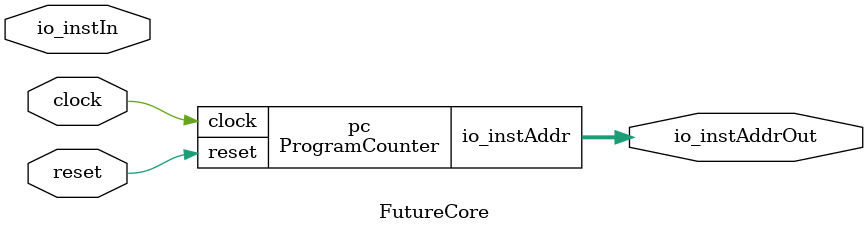
<source format=sv>
`ifndef RANDOMIZE
  `ifdef RANDOMIZE_REG_INIT
    `define RANDOMIZE
  `endif // RANDOMIZE_REG_INIT
`endif // not def RANDOMIZE

`ifndef RANDOM
  `define RANDOM $random
`endif // not def RANDOM

// Users can define INIT_RANDOM as general code that gets injected into the
// initializer block for modules with registers.
`ifndef INIT_RANDOM
  `define INIT_RANDOM
`endif // not def INIT_RANDOM

// If using random initialization, you can also define RANDOMIZE_DELAY to
// customize the delay used, otherwise 0.002 is used.
`ifndef RANDOMIZE_DELAY
  `define RANDOMIZE_DELAY 0.002
`endif // not def RANDOMIZE_DELAY

// Define INIT_RANDOM_PROLOG_ for use in our modules below.
`ifndef INIT_RANDOM_PROLOG_
  `ifdef RANDOMIZE
    `ifdef VERILATOR
      `define INIT_RANDOM_PROLOG_ `INIT_RANDOM
    `else  // VERILATOR
      `define INIT_RANDOM_PROLOG_ `INIT_RANDOM #`RANDOMIZE_DELAY begin end
    `endif // VERILATOR
  `else  // RANDOMIZE
    `define INIT_RANDOM_PROLOG_
  `endif // RANDOMIZE
`endif // not def INIT_RANDOM_PROLOG_

// Include register initializers in init blocks unless synthesis is set
`ifndef SYNTHESIS
  `ifndef ENABLE_INITIAL_REG_
    `define ENABLE_INITIAL_REG_
  `endif // not def ENABLE_INITIAL_REG_
`endif // not def SYNTHESIS

// Include rmemory initializers in init blocks unless synthesis is set
`ifndef SYNTHESIS
  `ifndef ENABLE_INITIAL_MEM_
    `define ENABLE_INITIAL_MEM_
  `endif // not def ENABLE_INITIAL_MEM_
`endif // not def SYNTHESIS

module ProgramCounter(	// @[<stdin>:3:10]
  input         clock,	// @[<stdin>:4:11]
                reset,	// @[<stdin>:5:11]
  output [31:0] io_instAddr	// @[FutureCore/src/main/scala/futurecore/frontend/ProgramCounter.scala:29:21]
);

  reg [31:0] pc;	// @[FutureCore/src/main/scala/futurecore/frontend/ProgramCounter.scala:32:19]
  always @(posedge clock) begin	// @[<stdin>:4:11]
    if (reset)	// @[<stdin>:4:11]
      pc <= 32'h80000000;	// @[FutureCore/src/main/scala/futurecore/frontend/ProgramCounter.scala:32:19]
    else	// @[<stdin>:4:11]
      pc <= pc + 32'h4;	// @[FutureCore/src/main/scala/futurecore/frontend/ProgramCounter.scala:32:19, :33:12]
  end // always @(posedge)
  `ifdef ENABLE_INITIAL_REG_	// @[<stdin>:3:10]
    `ifdef FIRRTL_BEFORE_INITIAL	// @[<stdin>:3:10]
      `FIRRTL_BEFORE_INITIAL	// @[<stdin>:3:10]
    `endif // FIRRTL_BEFORE_INITIAL
    logic [31:0] _RANDOM[0:0];	// @[<stdin>:3:10]
    initial begin	// @[<stdin>:3:10]
      `ifdef INIT_RANDOM_PROLOG_	// @[<stdin>:3:10]
        `INIT_RANDOM_PROLOG_	// @[<stdin>:3:10]
      `endif // INIT_RANDOM_PROLOG_
      `ifdef RANDOMIZE_REG_INIT	// @[<stdin>:3:10]
        _RANDOM[/*Zero width*/ 1'b0] = `RANDOM;	// @[<stdin>:3:10]
        pc = _RANDOM[/*Zero width*/ 1'b0];	// @[<stdin>:3:10, FutureCore/src/main/scala/futurecore/frontend/ProgramCounter.scala:32:19]
      `endif // RANDOMIZE_REG_INIT
    end // initial
    `ifdef FIRRTL_AFTER_INITIAL	// @[<stdin>:3:10]
      `FIRRTL_AFTER_INITIAL	// @[<stdin>:3:10]
    `endif // FIRRTL_AFTER_INITIAL
  `endif // ENABLE_INITIAL_REG_
  assign io_instAddr = pc;	// @[<stdin>:3:10, FutureCore/src/main/scala/futurecore/frontend/ProgramCounter.scala:32:19]
endmodule

module FutureCore(	// @[<stdin>:115:10]
  input         clock,	// @[<stdin>:116:11]
                reset,	// @[<stdin>:117:11]
  input  [31:0] io_instIn,	// @[FutureCore/src/main/scala/futurecore/FutureCore.scala:49:19]
  output [31:0] io_instAddrOut	// @[FutureCore/src/main/scala/futurecore/FutureCore.scala:49:19]
);

  ProgramCounter pc (	// @[FutureCore/src/main/scala/futurecore/FutureCore.scala:50:23]
    .clock       (clock),
    .reset       (reset),
    .io_instAddr (io_instAddrOut)
  );
endmodule


</source>
